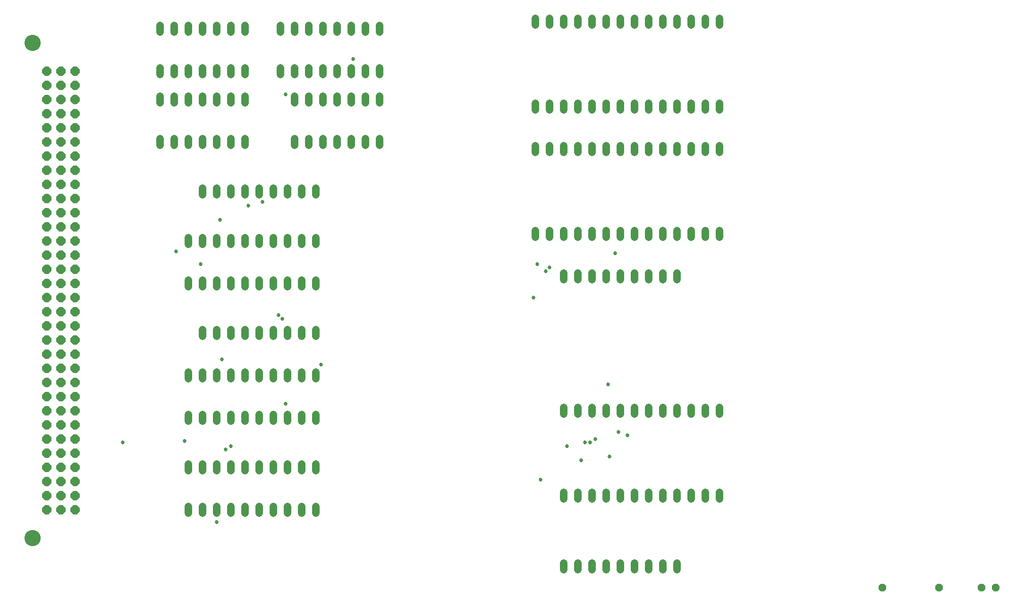
<source format=gbr>
G04 EAGLE Gerber RS-274X export*
G75*
%MOMM*%
%FSLAX34Y34*%
%LPD*%
%INSoldermask Top*%
%IPPOS*%
%AMOC8*
5,1,8,0,0,1.08239X$1,22.5*%
G01*
%ADD10P,1.787026X8X202.500000*%
%ADD11C,2.921000*%
%ADD12P,1.457113X8X202.500000*%
%ADD13C,1.346200*%
%ADD14C,0.685800*%


D10*
X50800Y177800D03*
X50800Y203200D03*
X50800Y228600D03*
X50800Y254000D03*
X50800Y279400D03*
X50800Y304800D03*
X50800Y330200D03*
X50800Y355600D03*
X50800Y381000D03*
X50800Y406400D03*
X50800Y431800D03*
X50800Y457200D03*
X50800Y482600D03*
X50800Y508000D03*
X50800Y533400D03*
X50800Y558800D03*
X76200Y177800D03*
X76200Y203200D03*
X76200Y228600D03*
X76200Y254000D03*
X76200Y279400D03*
X76200Y304800D03*
X76200Y330200D03*
X76200Y355600D03*
X76200Y381000D03*
X76200Y406400D03*
X76200Y431800D03*
X76200Y457200D03*
X76200Y482600D03*
X76200Y508000D03*
X76200Y533400D03*
X76200Y558800D03*
X101600Y177800D03*
X101600Y203200D03*
X101600Y228600D03*
X101600Y254000D03*
X101600Y279400D03*
X101600Y304800D03*
X101600Y330200D03*
X101600Y355600D03*
X101600Y381000D03*
X101600Y406400D03*
X101600Y431800D03*
X101600Y457200D03*
X101600Y482600D03*
X101600Y508000D03*
X101600Y533400D03*
X101600Y558800D03*
X50800Y584200D03*
X50800Y609600D03*
X50800Y635000D03*
X50800Y660400D03*
X50800Y685800D03*
X50800Y711200D03*
X50800Y736600D03*
X50800Y762000D03*
X50800Y787400D03*
X50800Y812800D03*
X50800Y838200D03*
X50800Y863600D03*
X50800Y889000D03*
X50800Y914400D03*
X50800Y939800D03*
X50800Y965200D03*
X76200Y584200D03*
X76200Y609600D03*
X76200Y635000D03*
X76200Y660400D03*
X76200Y685800D03*
X76200Y711200D03*
X76200Y736600D03*
X76200Y762000D03*
X76200Y787400D03*
X76200Y812800D03*
X76200Y838200D03*
X76200Y863600D03*
X76200Y889000D03*
X76200Y914400D03*
X76200Y939800D03*
X76200Y965200D03*
X101600Y584200D03*
X101600Y609600D03*
X101600Y635000D03*
X101600Y660400D03*
X101600Y685800D03*
X101600Y711200D03*
X101600Y736600D03*
X101600Y762000D03*
X101600Y787400D03*
X101600Y812800D03*
X101600Y838200D03*
X101600Y863600D03*
X101600Y889000D03*
X101600Y914400D03*
X101600Y939800D03*
X101600Y965200D03*
D11*
X25400Y1016064D03*
X25400Y126936D03*
D12*
X1752600Y38100D03*
X1727200Y38100D03*
X1651000Y38100D03*
X1549400Y38100D03*
D13*
X927100Y895604D02*
X927100Y907796D01*
X952500Y907796D02*
X952500Y895604D01*
X977900Y895604D02*
X977900Y907796D01*
X1003300Y907796D02*
X1003300Y895604D01*
X1028700Y895604D02*
X1028700Y907796D01*
X1054100Y907796D02*
X1054100Y895604D01*
X1079500Y895604D02*
X1079500Y907796D01*
X1104900Y907796D02*
X1104900Y895604D01*
X1130300Y895604D02*
X1130300Y907796D01*
X1155700Y907796D02*
X1155700Y895604D01*
X1181100Y895604D02*
X1181100Y907796D01*
X1206500Y907796D02*
X1206500Y895604D01*
X1231900Y895604D02*
X1231900Y907796D01*
X1257300Y907796D02*
X1257300Y895604D01*
X1257300Y1048004D02*
X1257300Y1060196D01*
X1231900Y1060196D02*
X1231900Y1048004D01*
X1206500Y1048004D02*
X1206500Y1060196D01*
X1181100Y1060196D02*
X1181100Y1048004D01*
X1155700Y1048004D02*
X1155700Y1060196D01*
X1130300Y1060196D02*
X1130300Y1048004D01*
X1104900Y1048004D02*
X1104900Y1060196D01*
X1079500Y1060196D02*
X1079500Y1048004D01*
X1054100Y1048004D02*
X1054100Y1060196D01*
X1028700Y1060196D02*
X1028700Y1048004D01*
X1003300Y1048004D02*
X1003300Y1060196D01*
X977900Y1060196D02*
X977900Y1048004D01*
X952500Y1048004D02*
X952500Y1060196D01*
X927100Y1060196D02*
X927100Y1048004D01*
X927100Y679196D02*
X927100Y667004D01*
X952500Y667004D02*
X952500Y679196D01*
X977900Y679196D02*
X977900Y667004D01*
X1003300Y667004D02*
X1003300Y679196D01*
X1028700Y679196D02*
X1028700Y667004D01*
X1054100Y667004D02*
X1054100Y679196D01*
X1079500Y679196D02*
X1079500Y667004D01*
X1104900Y667004D02*
X1104900Y679196D01*
X1130300Y679196D02*
X1130300Y667004D01*
X1155700Y667004D02*
X1155700Y679196D01*
X1181100Y679196D02*
X1181100Y667004D01*
X1206500Y667004D02*
X1206500Y679196D01*
X1231900Y679196D02*
X1231900Y667004D01*
X1257300Y667004D02*
X1257300Y679196D01*
X1257300Y819404D02*
X1257300Y831596D01*
X1231900Y831596D02*
X1231900Y819404D01*
X1206500Y819404D02*
X1206500Y831596D01*
X1181100Y831596D02*
X1181100Y819404D01*
X1155700Y819404D02*
X1155700Y831596D01*
X1130300Y831596D02*
X1130300Y819404D01*
X1104900Y819404D02*
X1104900Y831596D01*
X1079500Y831596D02*
X1079500Y819404D01*
X1054100Y819404D02*
X1054100Y831596D01*
X1028700Y831596D02*
X1028700Y819404D01*
X1003300Y819404D02*
X1003300Y831596D01*
X977900Y831596D02*
X977900Y819404D01*
X952500Y819404D02*
X952500Y831596D01*
X927100Y831596D02*
X927100Y819404D01*
X977900Y209296D02*
X977900Y197104D01*
X1003300Y197104D02*
X1003300Y209296D01*
X1130300Y209296D02*
X1130300Y197104D01*
X1155700Y197104D02*
X1155700Y209296D01*
X1028700Y209296D02*
X1028700Y197104D01*
X1054100Y197104D02*
X1054100Y209296D01*
X1104900Y209296D02*
X1104900Y197104D01*
X1079500Y197104D02*
X1079500Y209296D01*
X1181100Y209296D02*
X1181100Y197104D01*
X1206500Y197104D02*
X1206500Y209296D01*
X1231900Y209296D02*
X1231900Y197104D01*
X1257300Y197104D02*
X1257300Y209296D01*
X1257300Y349504D02*
X1257300Y361696D01*
X1231900Y361696D02*
X1231900Y349504D01*
X1206500Y349504D02*
X1206500Y361696D01*
X1181100Y361696D02*
X1181100Y349504D01*
X1155700Y349504D02*
X1155700Y361696D01*
X1130300Y361696D02*
X1130300Y349504D01*
X1104900Y349504D02*
X1104900Y361696D01*
X1079500Y361696D02*
X1079500Y349504D01*
X1054100Y349504D02*
X1054100Y361696D01*
X1028700Y361696D02*
X1028700Y349504D01*
X1003300Y349504D02*
X1003300Y361696D01*
X977900Y361696D02*
X977900Y349504D01*
X1181100Y82296D02*
X1181100Y70104D01*
X1155700Y70104D02*
X1155700Y82296D01*
X1130300Y82296D02*
X1130300Y70104D01*
X1104900Y70104D02*
X1104900Y82296D01*
X1079500Y82296D02*
X1079500Y70104D01*
X1054100Y70104D02*
X1054100Y82296D01*
X1028700Y82296D02*
X1028700Y70104D01*
X1003300Y70104D02*
X1003300Y82296D01*
X977900Y82296D02*
X977900Y70104D01*
X977900Y590804D02*
X977900Y602996D01*
X1003300Y602996D02*
X1003300Y590804D01*
X1028700Y590804D02*
X1028700Y602996D01*
X1054100Y602996D02*
X1054100Y590804D01*
X1079500Y590804D02*
X1079500Y602996D01*
X1104900Y602996D02*
X1104900Y590804D01*
X1130300Y590804D02*
X1130300Y602996D01*
X1155700Y602996D02*
X1155700Y590804D01*
X1181100Y590804D02*
X1181100Y602996D01*
X254000Y832104D02*
X254000Y844296D01*
X279400Y844296D02*
X279400Y832104D01*
X406400Y832104D02*
X406400Y844296D01*
X406400Y908304D02*
X406400Y920496D01*
X304800Y844296D02*
X304800Y832104D01*
X330200Y832104D02*
X330200Y844296D01*
X381000Y844296D02*
X381000Y832104D01*
X355600Y832104D02*
X355600Y844296D01*
X381000Y908304D02*
X381000Y920496D01*
X355600Y920496D02*
X355600Y908304D01*
X330200Y908304D02*
X330200Y920496D01*
X304800Y920496D02*
X304800Y908304D01*
X279400Y908304D02*
X279400Y920496D01*
X254000Y920496D02*
X254000Y908304D01*
X469900Y959104D02*
X469900Y971296D01*
X495300Y971296D02*
X495300Y959104D01*
X622300Y959104D02*
X622300Y971296D01*
X647700Y971296D02*
X647700Y959104D01*
X520700Y959104D02*
X520700Y971296D01*
X546100Y971296D02*
X546100Y959104D01*
X596900Y959104D02*
X596900Y971296D01*
X571500Y971296D02*
X571500Y959104D01*
X647700Y1035304D02*
X647700Y1047496D01*
X622300Y1047496D02*
X622300Y1035304D01*
X596900Y1035304D02*
X596900Y1047496D01*
X571500Y1047496D02*
X571500Y1035304D01*
X546100Y1035304D02*
X546100Y1047496D01*
X520700Y1047496D02*
X520700Y1035304D01*
X495300Y1035304D02*
X495300Y1047496D01*
X469900Y1047496D02*
X469900Y1035304D01*
X304800Y348996D02*
X304800Y336804D01*
X330200Y336804D02*
X330200Y348996D01*
X457200Y348996D02*
X457200Y336804D01*
X482600Y336804D02*
X482600Y348996D01*
X355600Y348996D02*
X355600Y336804D01*
X381000Y336804D02*
X381000Y348996D01*
X431800Y348996D02*
X431800Y336804D01*
X406400Y336804D02*
X406400Y348996D01*
X508000Y348996D02*
X508000Y336804D01*
X533400Y336804D02*
X533400Y348996D01*
X533400Y413004D02*
X533400Y425196D01*
X508000Y425196D02*
X508000Y413004D01*
X482600Y413004D02*
X482600Y425196D01*
X457200Y425196D02*
X457200Y413004D01*
X431800Y413004D02*
X431800Y425196D01*
X406400Y425196D02*
X406400Y413004D01*
X381000Y413004D02*
X381000Y425196D01*
X355600Y425196D02*
X355600Y413004D01*
X330200Y413004D02*
X330200Y425196D01*
X304800Y425196D02*
X304800Y413004D01*
X304800Y183896D02*
X304800Y171704D01*
X330200Y171704D02*
X330200Y183896D01*
X457200Y183896D02*
X457200Y171704D01*
X482600Y171704D02*
X482600Y183896D01*
X355600Y183896D02*
X355600Y171704D01*
X381000Y171704D02*
X381000Y183896D01*
X431800Y183896D02*
X431800Y171704D01*
X406400Y171704D02*
X406400Y183896D01*
X508000Y183896D02*
X508000Y171704D01*
X533400Y171704D02*
X533400Y183896D01*
X533400Y247904D02*
X533400Y260096D01*
X508000Y260096D02*
X508000Y247904D01*
X482600Y247904D02*
X482600Y260096D01*
X457200Y260096D02*
X457200Y247904D01*
X431800Y247904D02*
X431800Y260096D01*
X406400Y260096D02*
X406400Y247904D01*
X381000Y247904D02*
X381000Y260096D01*
X355600Y260096D02*
X355600Y247904D01*
X330200Y247904D02*
X330200Y260096D01*
X304800Y260096D02*
X304800Y247904D01*
X495300Y832104D02*
X495300Y844296D01*
X520700Y844296D02*
X520700Y832104D01*
X647700Y832104D02*
X647700Y844296D01*
X647700Y908304D02*
X647700Y920496D01*
X546100Y844296D02*
X546100Y832104D01*
X571500Y832104D02*
X571500Y844296D01*
X622300Y844296D02*
X622300Y832104D01*
X596900Y832104D02*
X596900Y844296D01*
X622300Y908304D02*
X622300Y920496D01*
X596900Y920496D02*
X596900Y908304D01*
X571500Y908304D02*
X571500Y920496D01*
X546100Y920496D02*
X546100Y908304D01*
X520700Y908304D02*
X520700Y920496D01*
X495300Y920496D02*
X495300Y908304D01*
X304800Y590296D02*
X304800Y578104D01*
X330200Y578104D02*
X330200Y590296D01*
X457200Y590296D02*
X457200Y578104D01*
X482600Y578104D02*
X482600Y590296D01*
X355600Y590296D02*
X355600Y578104D01*
X381000Y578104D02*
X381000Y590296D01*
X431800Y590296D02*
X431800Y578104D01*
X406400Y578104D02*
X406400Y590296D01*
X508000Y590296D02*
X508000Y578104D01*
X533400Y578104D02*
X533400Y590296D01*
X533400Y654304D02*
X533400Y666496D01*
X508000Y666496D02*
X508000Y654304D01*
X482600Y654304D02*
X482600Y666496D01*
X457200Y666496D02*
X457200Y654304D01*
X431800Y654304D02*
X431800Y666496D01*
X406400Y666496D02*
X406400Y654304D01*
X381000Y654304D02*
X381000Y666496D01*
X355600Y666496D02*
X355600Y654304D01*
X330200Y654304D02*
X330200Y666496D01*
X304800Y666496D02*
X304800Y654304D01*
X330200Y501396D02*
X330200Y489204D01*
X355600Y489204D02*
X355600Y501396D01*
X381000Y501396D02*
X381000Y489204D01*
X406400Y489204D02*
X406400Y501396D01*
X431800Y501396D02*
X431800Y489204D01*
X457200Y489204D02*
X457200Y501396D01*
X482600Y501396D02*
X482600Y489204D01*
X508000Y489204D02*
X508000Y501396D01*
X533400Y501396D02*
X533400Y489204D01*
X330200Y743204D02*
X330200Y755396D01*
X355600Y755396D02*
X355600Y743204D01*
X381000Y743204D02*
X381000Y755396D01*
X406400Y755396D02*
X406400Y743204D01*
X431800Y743204D02*
X431800Y755396D01*
X457200Y755396D02*
X457200Y743204D01*
X482600Y743204D02*
X482600Y755396D01*
X508000Y755396D02*
X508000Y743204D01*
X533400Y743204D02*
X533400Y755396D01*
X254000Y959104D02*
X254000Y971296D01*
X279400Y971296D02*
X279400Y959104D01*
X406400Y959104D02*
X406400Y971296D01*
X406400Y1035304D02*
X406400Y1047496D01*
X304800Y971296D02*
X304800Y959104D01*
X330200Y959104D02*
X330200Y971296D01*
X381000Y971296D02*
X381000Y959104D01*
X355600Y959104D02*
X355600Y971296D01*
X381000Y1035304D02*
X381000Y1047496D01*
X355600Y1047496D02*
X355600Y1035304D01*
X330200Y1035304D02*
X330200Y1047496D01*
X304800Y1047496D02*
X304800Y1035304D01*
X279400Y1035304D02*
X279400Y1047496D01*
X254000Y1047496D02*
X254000Y1035304D01*
D14*
X946150Y606425D03*
X479425Y923925D03*
X327025Y619125D03*
X361950Y698500D03*
X412750Y723900D03*
X438150Y730250D03*
X282575Y641350D03*
X187325Y298450D03*
X371475Y285750D03*
X381000Y292100D03*
X479425Y368300D03*
X365125Y447675D03*
X355600Y155575D03*
X542925Y438150D03*
X473075Y520700D03*
X466725Y527050D03*
X298450Y301625D03*
X1092200Y311150D03*
X1076325Y317500D03*
X1069975Y638175D03*
X1035050Y304800D03*
X1016000Y298450D03*
X984250Y292100D03*
X1009650Y266700D03*
X1025525Y298450D03*
X1057275Y403225D03*
X1060450Y273050D03*
X936625Y231775D03*
X952500Y612775D03*
X930275Y619125D03*
X600075Y987425D03*
X923925Y558800D03*
M02*

</source>
